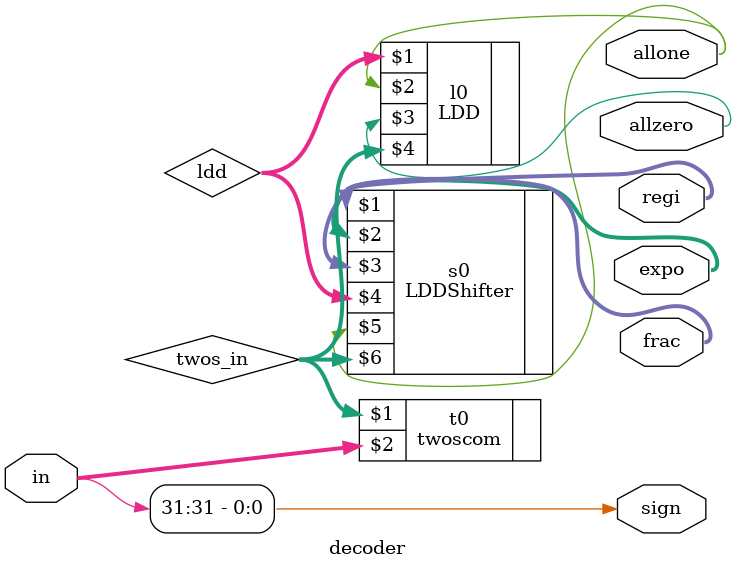
<source format=v>
module decoder(sign, regi, expo, frac, allone, allzero, in);
input [31:0] in;

output [5:0] regi;
output [2:0] expo;
output [25:0] frac;
output allone, allzero, sign;

wire [30:0] twos_in;
wire [29:0] ldd;

assign sign = in[31];
twoscom t0(twos_in, in);
LDD l0(ldd, allone, allzero, twos_in);
LDDShifter s0(regi, expo, frac, ldd, allone, twos_in);

endmodule

</source>
